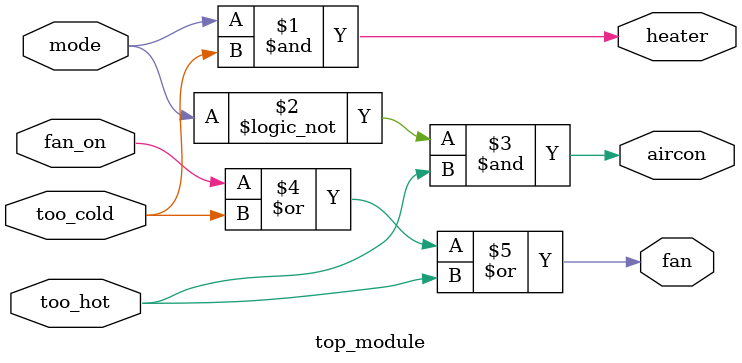
<source format=sv>
module top_module(
	input mode,
	input too_cold, 
	input too_hot,
	input fan_on,
	output heater,
	output aircon,
	output fan
);

reg heater;
reg aircon;
reg fan;

assign heater = (mode & too_cold);
assign aircon = (!mode & too_hot);
assign fan = (fan_on | too_cold | too_hot);

endmodule

</source>
